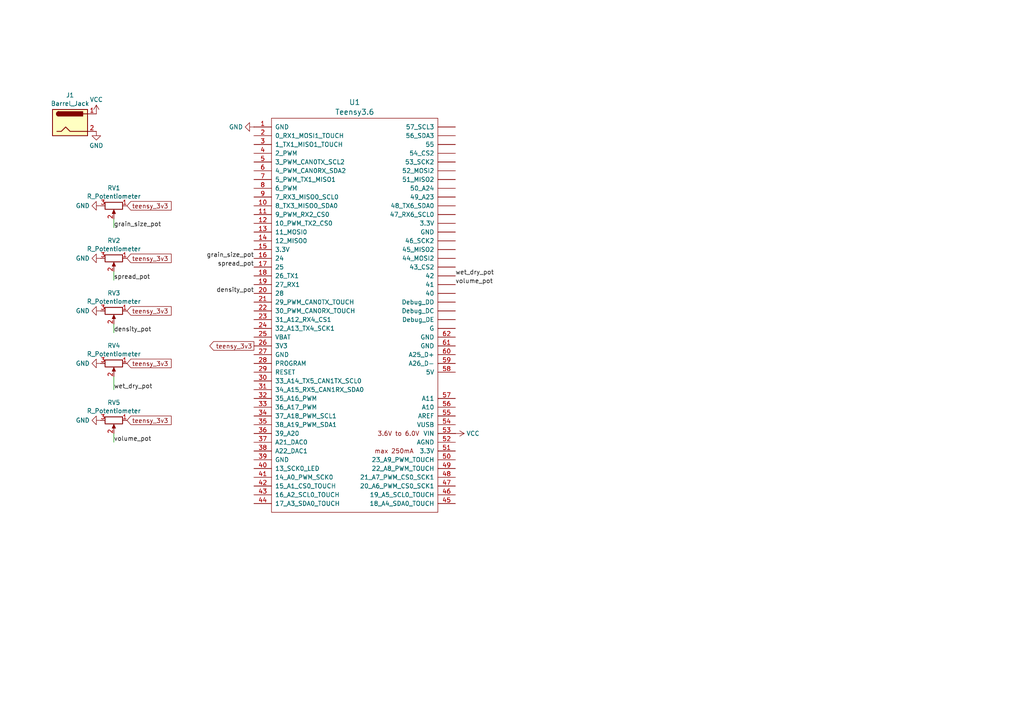
<source format=kicad_sch>
(kicad_sch (version 20231120) (generator "eeschema") (generator_version "8.0")
  (paper "A4")
  (lib_symbols
    (symbol "Connector:Barrel_Jack" (pin_names (offset 1.016))
      (property "Reference" "J" (at 0 5.334 0))
      (property "Value" "Barrel_Jack" (at 0 -5.08 0))
      (symbol "Barrel_Jack_0_1"
        (rectangle (start -5.08 3.81) (end 5.08 -3.81) (stroke (width 0.254)) (fill (type background)))
        (arc (start -3.302 3.175) (mid -3.9343 2.54) (end -3.302 1.905) (stroke (width 0.254)))
        (arc (start -3.302 3.175) (mid -3.9343 2.54) (end -3.302 1.905) (stroke (width 0.254)) (fill (type outline)))
        (polyline (pts (xy 5.08 2.54) (xy 3.81 2.54)) (stroke (width 0.254)))
        (polyline (pts (xy -3.81 -2.54) (xy -2.54 -2.54) (xy -1.27 -1.27) (xy 0 -2.54) (xy 2.54 -2.54) (xy 5.08 -2.54)) (stroke (width 0.254)))
        (rectangle (start 3.683 3.175) (end -3.302 1.905) (stroke (width 0.254)) (fill (type outline)))
      )
      (symbol "Barrel_Jack_1_1"
        (pin passive line (at 7.62 2.54 180) (length 2.54) (name "~") (number "1"))
        (pin passive line (at 7.62 -2.54 180) (length 2.54) (name "~") (number "2"))
      )
    )
    (symbol "Device:R_Potentiometer" (pin_names (offset 1.016) hide)
      (property "Reference" "RV" (at -4.445 0 90))
      (property "Value" "R_Potentiometer" (at -2.54 0 90))
      (symbol "R_Potentiometer_0_1"
        (polyline (pts (xy 2.54 0) (xy 1.524 0)))
        (polyline (pts (xy 1.143 0) (xy 2.286 0.508) (xy 2.286 -0.508) (xy 1.143 0)) (fill (type outline)))
        (rectangle (start 1.016 2.54) (end -1.016 -2.54) (stroke (width 0.254)))
      )
      (symbol "R_Potentiometer_1_1"
        (pin passive line (at 0 3.81 270) (length 1.27) (name "1") (number "1"))
        (pin passive line (at 3.81 0 180) (length 1.27) (name "2") (number "2"))
        (pin passive line (at 0 -3.81 90) (length 1.27) (name "3") (number "3"))
      )
    )
    (symbol "power:GND" (power) (pin_numbers hide) (pin_names (offset 0) hide)
      (property "Value" "GND" (at 0 -3.81 0))
      (symbol "GND_0_1"
        (polyline (pts (xy 0 0) (xy 0 -1.27) (xy 1.27 -1.27) (xy 0 -2.54) (xy -1.27 -1.27) (xy 0 -1.27)))
      )
      (symbol "GND_1_1"
        (pin power_in line (at 0 0 270) (length 0) (name "~") (number "1"))
      )
    )
    (symbol "power:VCC" (power) (pin_numbers hide) (pin_names (offset 0) hide)
      (property "Value" "VCC" (at 0 3.556 0))
      (symbol "VCC_0_1"
        (polyline (pts (xy -0.762 1.27) (xy 0 2.54)))
        (polyline (pts (xy 0 0) (xy 0 2.54)))
        (polyline (pts (xy 0 2.54) (xy 0.762 1.27)))
      )
      (symbol "VCC_1_1"
        (pin power_in line (at 0 0 90) (length 0) (name "~") (number "1"))
      )
    )
    (symbol "teensy:Teensy3.6" (pin_names (offset 1.016))
      (property "Reference" "U" (at 0 59.69 0))
      (property "Value" "Teensy3.6" (at 0 -59.69 0))
      (symbol "Teensy3.6_0_0"
        (rectangle (start -24.13 57.15) (end 24.13 -57.15))
        (text "3.6V to 6.0V" (at 12.7 -34.29 0) (effects (font (size 1.27 1.27))))
        (text "max 250mA" (at 11.43 -39.37 0) (effects (font (size 1.27 1.27))))
      )
      (symbol "Teensy3.6_1_1"
        (pin power_in line (at -29.21 54.61 0) (length 5.08) (name "GND") (number "1"))
        (pin bidirectional line (at -29.21 31.75 0) (length 5.08) (name "8_TX3_MISO0_SDA0") (number "10"))
        (pin bidirectional line (at -29.21 29.21 0) (length 5.08) (name "9_PWM_RX2_CS0") (number "11"))
        (pin bidirectional line (at -29.21 26.67 0) (length 5.08) (name "10_PWM_TX2_CS0") (number "12"))
        (pin bidirectional line (at -29.21 24.13 0) (length 5.08) (name "11_MOSI0") (number "13"))
        (pin bidirectional line (at -29.21 21.59 0) (length 5.08) (name "12_MISO0") (number "14"))
        (pin power_in line (at -29.21 19.05 0) (length 5.08) (name "3.3V") (number "15"))
        (pin bidirectional line (at -29.21 16.51 0) (length 5.08) (name "24") (number "16"))
        (pin bidirectional line (at -29.21 13.97 0) (length 5.08) (name "25") (number "17"))
        (pin bidirectional line (at -29.21 11.43 0) (length 5.08) (name "26_TX1") (number "18"))
        (pin bidirectional line (at -29.21 8.89 0) (length 5.08) (name "27_RX1") (number "19"))
        (pin bidirectional line (at -29.21 52.07 0) (length 5.08) (name "0_RX1_MOSI1_TOUCH") (number "2"))
        (pin bidirectional line (at -29.21 6.35 0) (length 5.08) (name "28") (number "20"))
        (pin bidirectional line (at -29.21 3.81 0) (length 5.08) (name "29_PWM_CAN0TX_TOUCH") (number "21"))
        (pin bidirectional line (at -29.21 1.27 0) (length 5.08) (name "30_PWM_CAN0RX_TOUCH") (number "22"))
        (pin bidirectional line (at -29.21 -1.27 0) (length 5.08) (name "31_A12_RX4_CS1") (number "23"))
        (pin bidirectional line (at -29.21 -3.81 0) (length 5.08) (name "32_A13_TX4_SCK1") (number "24"))
        (pin power_in line (at -29.21 -6.35 0) (length 5.08) (name "VBAT") (number "25"))
        (pin power_in line (at -29.21 -8.89 0) (length 5.08) (name "3V3") (number "26"))
        (pin power_in line (at -29.21 -11.43 0) (length 5.08) (name "GND") (number "27"))
        (pin input line (at -29.21 -13.97 0) (length 5.08) (name "PROGRAM") (number "28"))
        (pin input line (at -29.21 -16.51 0) (length 5.08) (name "RESET") (number "29"))
        (pin bidirectional line (at -29.21 49.53 0) (length 5.08) (name "1_TX1_MISO1_TOUCH") (number "3"))
        (pin bidirectional line (at -29.21 -19.05 0) (length 5.08) (name "33_A14_TX5_CAN1TX_SCL0") (number "30"))
        (pin bidirectional line (at -29.21 -21.59 0) (length 5.08) (name "34_A15_RX5_CAN1RX_SDA0") (number "31"))
        (pin bidirectional line (at -29.21 -24.13 0) (length 5.08) (name "35_A16_PWM") (number "32"))
        (pin bidirectional line (at -29.21 -26.67 0) (length 5.08) (name "36_A17_PWM") (number "33"))
        (pin bidirectional line (at -29.21 -29.21 0) (length 5.08) (name "37_A18_PWM_SCL1") (number "34"))
        (pin bidirectional line (at -29.21 -31.75 0) (length 5.08) (name "38_A19_PWM_SDA1") (number "35"))
        (pin bidirectional line (at -29.21 -34.29 0) (length 5.08) (name "39_A20") (number "36"))
        (pin bidirectional line (at -29.21 -36.83 0) (length 5.08) (name "A21_DAC0") (number "37"))
        (pin bidirectional line (at -29.21 -39.37 0) (length 5.08) (name "A22_DAC1") (number "38"))
        (pin power_in line (at -29.21 -41.91 0) (length 5.08) (name "GND") (number "39"))
        (pin bidirectional line (at -29.21 46.99 0) (length 5.08) (name "2_PWM") (number "4"))
        (pin bidirectional line (at -29.21 -44.45 0) (length 5.08) (name "13_SCK0_LED") (number "40"))
        (pin bidirectional line (at -29.21 -46.99 0) (length 5.08) (name "14_A0_PWM_SCK0") (number "41"))
        (pin bidirectional line (at -29.21 -49.53 0) (length 5.08) (name "15_A1_CS0_TOUCH") (number "42"))
        (pin bidirectional line (at -29.21 -52.07 0) (length 5.08) (name "16_A2_SCL0_TOUCH") (number "43"))
        (pin bidirectional line (at -29.21 -54.61 0) (length 5.08) (name "17_A3_SDA0_TOUCH") (number "44"))
        (pin bidirectional line (at 29.21 -54.61 180) (length 5.08) (name "18_A4_SDA0_TOUCH") (number "45"))
        (pin bidirectional line (at 29.21 -52.07 180) (length 5.08) (name "19_A5_SCL0_TOUCH") (number "46"))
        (pin bidirectional line (at 29.21 -49.53 180) (length 5.08) (name "20_A6_PWM_CS0_SCK1") (number "47"))
        (pin bidirectional line (at 29.21 -46.99 180) (length 5.08) (name "21_A7_PWM_CS0_SCK1") (number "48"))
        (pin bidirectional line (at 29.21 -44.45 180) (length 5.08) (name "22_A8_PWM_TOUCH") (number "49"))
        (pin bidirectional line (at -29.21 44.45 0) (length 5.08) (name "3_PWM_CAN0TX_SCL2") (number "5"))
        (pin bidirectional line (at 29.21 -41.91 180) (length 5.08) (name "23_A9_PWM_TOUCH") (number "50"))
        (pin power_out line (at 29.21 -39.37 180) (length 5.08) (name "3.3V") (number "51"))
        (pin power_out line (at 29.21 -36.83 180) (length 5.08) (name "AGND") (number "52"))
        (pin power_in line (at 29.21 -34.29 180) (length 5.08) (name "VIN") (number "53"))
        (pin power_in line (at 29.21 -31.75 180) (length 5.08) (name "VUSB") (number "54"))
        (pin input line (at 29.21 -29.21 180) (length 5.08) (name "AREF") (number "55"))
        (pin bidirectional line (at 29.21 -26.67 180) (length 5.08) (name "A10") (number "56"))
        (pin bidirectional line (at 29.21 -24.13 180) (length 5.08) (name "A11") (number "57"))
        (pin power_in line (at 29.21 -16.51 180) (length 5.08) (name "5V") (number "58"))
        (pin bidirectional line (at 29.21 -13.97 180) (length 5.08) (name "A26_D-") (number "59"))
        (pin bidirectional line (at -29.21 41.91 0) (length 5.08) (name "4_PWM_CAN0RX_SDA2") (number "6"))
        (pin bidirectional line (at 29.21 -11.43 180) (length 5.08) (name "A25_D+") (number "60"))
        (pin power_in line (at 29.21 -8.89 180) (length 5.08) (name "GND") (number "61"))
        (pin power_in line (at 29.21 -6.35 180) (length 5.08) (name "GND") (number "62"))
        (pin bidirectional line (at -29.21 39.37 0) (length 5.08) (name "5_PWM_TX1_MISO1") (number "7"))
        (pin bidirectional line (at -29.21 36.83 0) (length 5.08) (name "6_PWM") (number "8"))
        (pin bidirectional line (at -29.21 34.29 0) (length 5.08) (name "7_RX3_MISO0_SCL0") (number "9"))
        (pin power_in line (at 29.21 26.67 180) (length 5.08) (name "3.3V") (number "~"))
        (pin bidirectional line (at 29.21 6.35 180) (length 5.08) (name "40") (number "~"))
        (pin bidirectional line (at 29.21 8.89 180) (length 5.08) (name "41") (number "~"))
        (pin bidirectional line (at 29.21 11.43 180) (length 5.08) (name "42") (number "~"))
        (pin bidirectional line (at 29.21 13.97 180) (length 5.08) (name "43_CS2") (number "~"))
        (pin bidirectional line (at 29.21 16.51 180) (length 5.08) (name "44_MOSI2") (number "~"))
        (pin bidirectional line (at 29.21 19.05 180) (length 5.08) (name "45_MISO2") (number "~"))
        (pin bidirectional line (at 29.21 21.59 180) (length 5.08) (name "46_SCK2") (number "~"))
        (pin bidirectional line (at 29.21 29.21 180) (length 5.08) (name "47_RX6_SCL0") (number "~"))
        (pin bidirectional line (at 29.21 31.75 180) (length 5.08) (name "48_TX6_SDA0") (number "~"))
        (pin bidirectional line (at 29.21 34.29 180) (length 5.08) (name "49_A23") (number "~"))
        (pin bidirectional line (at 29.21 36.83 180) (length 5.08) (name "50_A24") (number "~"))
        (pin bidirectional line (at 29.21 39.37 180) (length 5.08) (name "51_MISO2") (number "~"))
        (pin bidirectional line (at 29.21 41.91 180) (length 5.08) (name "52_MOSI2") (number "~"))
        (pin bidirectional line (at 29.21 44.45 180) (length 5.08) (name "53_SCK2") (number "~"))
        (pin bidirectional line (at 29.21 46.99 180) (length 5.08) (name "54_CS2") (number "~"))
        (pin bidirectional line (at 29.21 49.53 180) (length 5.08) (name "55") (number "~"))
        (pin bidirectional line (at 29.21 52.07 180) (length 5.08) (name "56_SDA3") (number "~"))
        (pin bidirectional line (at 29.21 54.61 180) (length 5.08) (name "57_SCL3") (number "~"))
        (pin input line (at 29.21 1.27 180) (length 5.08) (name "Debug_DC") (number "~"))
        (pin input line (at 29.21 3.81 180) (length 5.08) (name "Debug_DD") (number "~"))
        (pin input line (at 29.21 -1.27 180) (length 5.08) (name "Debug_DE") (number "~"))
        (pin power_in line (at 29.21 -3.81 180) (length 5.08) (name "G") (number "~"))
        (pin power_in line (at 29.21 24.13 180) (length 5.08) (name "GND") (number "~"))
      )
    )
  )
  (wire (pts (xy 33.02 78.74) (xy 33.02 81.28)))
  (wire (pts (xy 33.02 125.73) (xy 33.02 128.27)))
  (wire (pts (xy 33.02 63.5) (xy 33.02 66.04)))
  (wire (pts (xy 33.02 93.98) (xy 33.02 96.52)))
  (wire (pts (xy 33.02 109.22) (xy 33.02 113.03)))
  (label "spread_pot" (at 33.02 81.28 0))
  (label "density_pot" (at 33.02 96.52 0))
  (label "grain_size_pot" (at 73.66 74.93 180))
  (label "wet_dry_pot" (at 132.08 80.01 0))
  (label "volume_pot" (at 132.08 82.55 0))
  (label "spread_pot" (at 73.66 77.47 180))
  (label "density_pot" (at 73.66 85.09 180))
  (label "volume_pot" (at 33.02 128.27 0))
  (label "grain_size_pot" (at 33.02 66.04 0))
  (label "wet_dry_pot" (at 33.02 113.03 0))
  (global_label "teensy_3v3" (shape input) (at 36.83 121.92 0) (property "Intersheetrefs" "${INTERSHEET_REFS}" (effects (hide yes))))
  (global_label "teensy_3v3" (shape input) (at 36.83 74.93 0) (property "Intersheetrefs" "${INTERSHEET_REFS}" (effects (hide yes))))
  (global_label "teensy_3v3" (shape output) (at 73.66 100.33 180) (property "Intersheetrefs" "${INTERSHEET_REFS}" (effects (hide yes))))
  (global_label "teensy_3v3" (shape input) (at 36.83 105.41 0) (property "Intersheetrefs" "${INTERSHEET_REFS}" (effects (hide yes))))
  (global_label "teensy_3v3" (shape input) (at 36.83 59.69 0) (property "Intersheetrefs" "${INTERSHEET_REFS}" (effects (hide yes))))
  (global_label "teensy_3v3" (shape input) (at 36.83 90.17 0) (property "Intersheetrefs" "${INTERSHEET_REFS}" (effects (hide yes))))
  (symbol (lib_id "Connector:Barrel_Jack") (at 20.32 35.56 0) (unit 1)
    (property "Reference" "J1" (at 20.32 27.6055 0))
    (property "Value" "Barrel_Jack" (at 20.32 30.0298 0))
    (property "Footprint" "Connector_BarrelJack:BarrelJack_CUI_PJ-063AH_Horizontal" (effects (hide yes)))
    (property "Description" "DC Barrel Jack" (effects (hide yes)))
  )
  (symbol (lib_id "power:GND") (at 29.21 90.17 270) (unit 1)
    (property "Reference" "#PWR06" (effects (hide yes)))
    (property "Value" "GND" (at 26.0351 90.17 90) (effects (justify right)))
    (property "Description" "Power symbol creates a global label with name \"GND\" , ground" (effects (hide yes)))
  )
  (symbol (lib_id "Device:R_Potentiometer") (at 33.02 74.93 270) (unit 1)
    (property "Reference" "RV2" (at 33.02 69.7695 90))
    (property "Value" "R_Potentiometer" (at 33.02 72.1938 90))
    (property "Footprint" "Potentiometer_THT:Potentiometer_Alps_RK09K_Single_Vertical" (effects (hide yes)))
    (property "Description" "Potentiometer" (effects (hide yes)))
  )
  (symbol (lib_id "teensy:Teensy3.6") (at 102.87 91.44 0) (unit 1)
    (property "Reference" "U1" (at 102.87 29.6596 0) (effects (font (size 1.524 1.524))))
    (property "Value" "Teensy3.6" (at 102.87 32.4925 0) (effects (font (size 1.524 1.524))))
    (property "Footprint" "teensy:Teensy35_36" (effects (hide yes)))
  )
  (symbol (lib_id "power:GND") (at 29.21 74.93 270) (unit 1)
    (property "Reference" "#PWR05" (effects (hide yes)))
    (property "Value" "GND" (at 26.0351 74.93 90) (effects (justify right)))
    (property "Description" "Power symbol creates a global label with name \"GND\" , ground" (effects (hide yes)))
  )
  (symbol (lib_id "power:VCC") (at 27.94 33.02 0) (unit 1)
    (property "Reference" "#PWR01" (effects (hide yes)))
    (property "Value" "VCC" (at 27.94 28.8869 0))
    (property "Description" "Power symbol creates a global label with name \"VCC\"" (effects (hide yes)))
  )
  (symbol (lib_id "power:GND") (at 29.21 59.69 270) (unit 1)
    (property "Reference" "#PWR04" (effects (hide yes)))
    (property "Value" "GND" (at 26.0351 59.69 90) (effects (justify right)))
    (property "Description" "Power symbol creates a global label with name \"GND\" , ground" (effects (hide yes)))
  )
  (symbol (lib_id "power:GND") (at 29.21 105.41 270) (unit 1)
    (property "Reference" "#PWR07" (effects (hide yes)))
    (property "Value" "GND" (at 26.0351 105.41 90) (effects (justify right)))
    (property "Description" "Power symbol creates a global label with name \"GND\" , ground" (effects (hide yes)))
  )
  (symbol (lib_id "Device:R_Potentiometer") (at 33.02 59.69 270) (unit 1)
    (property "Reference" "RV1" (at 33.02 54.5295 90))
    (property "Value" "R_Potentiometer" (at 33.02 56.9538 90))
    (property "Footprint" "Potentiometer_THT:Potentiometer_Alps_RK09K_Single_Vertical" (effects (hide yes)))
    (property "Description" "Potentiometer" (effects (hide yes)))
  )
  (symbol (lib_id "power:GND") (at 27.94 38.1 0) (unit 1)
    (property "Reference" "#PWR03" (effects (hide yes)))
    (property "Value" "GND" (at 27.94 42.2331 0))
    (property "Description" "Power symbol creates a global label with name \"GND\" , ground" (effects (hide yes)))
  )
  (symbol (lib_id "Device:R_Potentiometer") (at 33.02 105.41 270) (unit 1)
    (property "Reference" "RV4" (at 33.02 100.2495 90))
    (property "Value" "R_Potentiometer" (at 33.02 102.6738 90))
    (property "Footprint" "Potentiometer_THT:Potentiometer_Alps_RK09K_Single_Vertical" (effects (hide yes)))
    (property "Description" "Potentiometer" (effects (hide yes)))
  )
  (symbol (lib_id "power:GND") (at 29.21 121.92 270) (unit 1)
    (property "Reference" "#PWR08" (effects (hide yes)))
    (property "Value" "GND" (at 26.0351 121.92 90) (effects (justify right)))
    (property "Description" "Power symbol creates a global label with name \"GND\" , ground" (effects (hide yes)))
  )
  (symbol (lib_id "power:GND") (at 73.66 36.83 270) (unit 1)
    (property "Reference" "#PWR02" (effects (hide yes)))
    (property "Value" "GND" (at 70.4851 36.83 90) (effects (justify right)))
    (property "Description" "Power symbol creates a global label with name \"GND\" , ground" (effects (hide yes)))
  )
  (symbol (lib_id "Device:R_Potentiometer") (at 33.02 121.92 270) (unit 1)
    (property "Reference" "RV5" (at 33.02 116.7595 90))
    (property "Value" "R_Potentiometer" (at 33.02 119.1838 90))
    (property "Footprint" "Potentiometer_THT:Potentiometer_Alps_RK09K_Single_Vertical" (effects (hide yes)))
    (property "Description" "Potentiometer" (effects (hide yes)))
  )
  (symbol (lib_id "Device:R_Potentiometer") (at 33.02 90.17 270) (unit 1)
    (property "Reference" "RV3" (at 33.02 85.0095 90))
    (property "Value" "R_Potentiometer" (at 33.02 87.4338 90))
    (property "Footprint" "Potentiometer_THT:Potentiometer_Alps_RK09K_Single_Vertical" (effects (hide yes)))
    (property "Description" "Potentiometer" (effects (hide yes)))
  )
  (symbol (lib_id "power:VCC") (at 132.08 125.73 270) (unit 1)
    (property "Reference" "#PWR09" (effects (hide yes)))
    (property "Value" "VCC" (at 135.255 125.73 90) (effects (justify left)))
    (property "Description" "Power symbol creates a global label with name \"VCC\"" (effects (hide yes)))
  )
)
</source>
